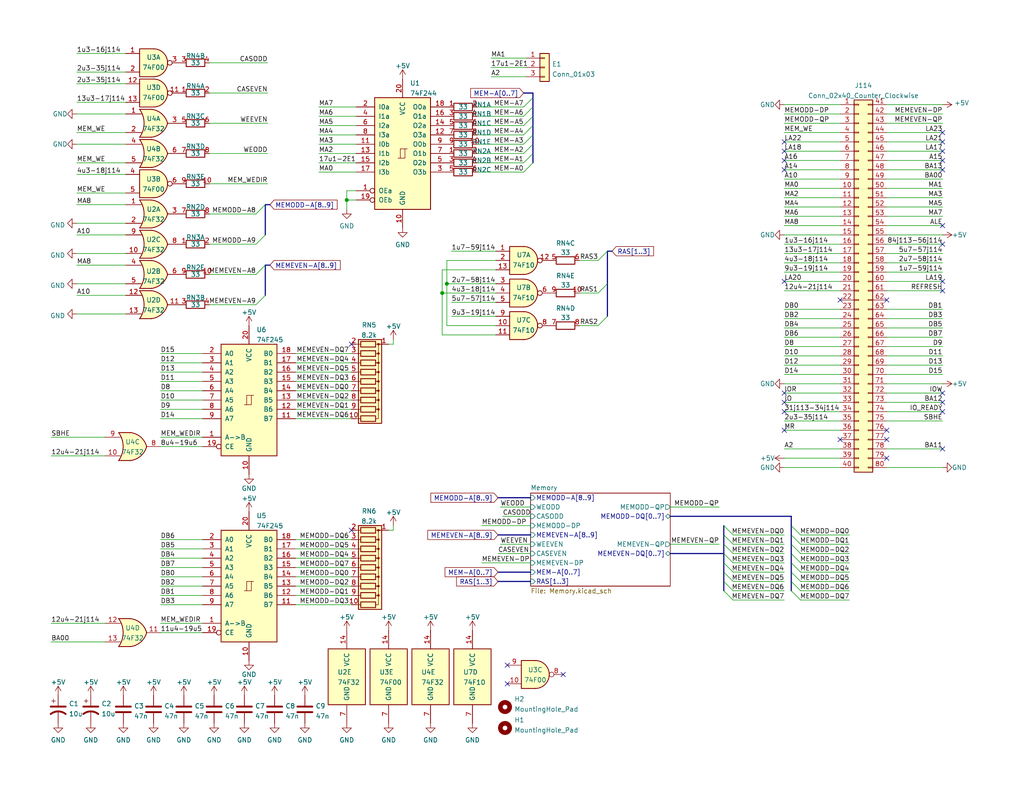
<source format=kicad_sch>
(kicad_sch (version 20211123) (generator eeschema)
  (paper "USLetter")
  (title_block (date "2022-09-01"))
  (junction (at 120.65 80.01))
  (junction (at 121.92 77.47))
  (junction (at 94.615 54.61))
  (no_connect (at 213.995 76.835))
  (no_connect (at 257.175 79.375))
  (no_connect (at 213.995 38.735))
  (no_connect (at 213.995 41.275))
  (no_connect (at 213.995 43.815))
  (no_connect (at 213.995 46.355))
  (no_connect (at 95.885 144.78))
  (no_connect (at 138.43 181.61))
  (no_connect (at 153.67 184.15))
  (no_connect (at 138.43 186.69))
  (no_connect (at 95.885 93.98))
  (no_connect (at 213.995 107.315))
  (no_connect (at 213.995 117.475))
  (no_connect (at 213.995 112.395))
  (no_connect (at 229.235 120.015))
  (no_connect (at 241.935 125.095))
  (no_connect (at 241.935 120.015))
  (no_connect (at 241.935 117.475))
  (no_connect (at 229.235 81.915))
  (no_connect (at 241.935 81.915))
  (no_connect (at 257.175 66.675))
  (no_connect (at 257.175 61.595))
  (no_connect (at 213.995 109.855))
  (no_connect (at 257.175 36.195))
  (no_connect (at 257.175 38.735))
  (no_connect (at 257.175 43.815))
  (no_connect (at 257.175 41.275))
  (no_connect (at 257.175 46.355))
  (no_connect (at 257.175 76.835))
  (no_connect (at 257.175 122.555))
  (no_connect (at 257.175 112.395))
  (no_connect (at 257.175 109.855))
  (no_connect (at 257.175 107.315))
  (bus_entry (at 197.485 153.67) (size 2.54 2.54))
  (bus_entry (at 215.9 158.75) (size 2.54 2.54))
  (bus_entry (at 215.9 151.13) (size 2.54 2.54))
  (bus_entry (at 72.39 80.645) (size -2.54 2.54))
  (bus_entry (at 72.39 64.135) (size -2.54 2.54))
  (bus_entry (at 215.9 156.21) (size 2.54 2.54))
  (bus_entry (at 197.485 161.29) (size 2.54 2.54))
  (bus_entry (at 165.735 86.36) (size -2.54 2.54))
  (bus_entry (at 145.415 31.75) (size -2.54 2.54))
  (bus_entry (at 197.485 143.51) (size 2.54 2.54))
  (bus_entry (at 145.415 29.21) (size -2.54 2.54))
  (bus_entry (at 215.9 143.51) (size 2.54 2.54))
  (bus_entry (at 145.415 36.83) (size -2.54 2.54))
  (bus_entry (at 215.9 153.67) (size 2.54 2.54))
  (bus_entry (at 215.9 161.29) (size 2.54 2.54))
  (bus_entry (at 215.9 148.59) (size 2.54 2.54))
  (bus_entry (at 145.415 44.45) (size -2.54 2.54))
  (bus_entry (at 145.415 41.91) (size -2.54 2.54))
  (bus_entry (at 72.39 55.88) (size -2.54 2.54))
  (bus_entry (at 215.9 146.05) (size 2.54 2.54))
  (bus_entry (at 145.415 26.67) (size -2.54 2.54))
  (bus_entry (at 197.485 146.05) (size 2.54 2.54))
  (bus_entry (at 145.415 39.37) (size -2.54 2.54))
  (bus_entry (at 197.485 151.13) (size 2.54 2.54))
  (bus_entry (at 72.39 72.39) (size -2.54 2.54))
  (bus_entry (at 145.415 34.29) (size -2.54 2.54))
  (bus_entry (at 197.485 158.75) (size 2.54 2.54))
  (bus_entry (at 165.735 77.47) (size -2.54 2.54))
  (bus_entry (at 197.485 148.59) (size 2.54 2.54))
  (bus_entry (at 165.735 68.58) (size -2.54 2.54))
  (bus_entry (at 197.485 156.21) (size 2.54 2.54))
  (wire (pts (xy 213.995 99.695) (xy 229.235 99.695)))
  (wire (pts (xy 107.315 92.71) (xy 107.315 93.98)))
  (wire (pts (xy 229.235 33.655) (xy 213.995 33.655)))
  (wire (pts (xy 95.885 101.6) (xy 80.645 101.6)))
  (wire (pts (xy 213.995 76.835) (xy 229.235 76.835)))
  (wire (pts (xy 13.97 119.38) (xy 28.575 119.38)))
  (wire (pts (xy 69.85 66.675) (xy 57.15 66.675)))
  (bus (pts (xy 215.9 158.75) (xy 215.9 161.29)))
  (wire (pts (xy 257.175 122.555) (xy 241.935 122.555)))
  (wire (pts (xy 69.85 74.93) (xy 57.15 74.93)))
  (wire (pts (xy 257.175 43.815) (xy 241.935 43.815)))
  (wire (pts (xy 257.175 94.615) (xy 241.935 94.615)))
  (wire (pts (xy 213.995 66.675) (xy 229.235 66.675)))
  (wire (pts (xy 142.875 41.91) (xy 130.175 41.91)))
  (wire (pts (xy 97.155 52.07) (xy 94.615 52.07)))
  (wire (pts (xy 218.44 153.67) (xy 231.775 153.67)))
  (bus (pts (xy 165.735 77.47) (xy 165.735 86.36)))
  (wire (pts (xy 95.885 160.02) (xy 80.645 160.02)))
  (wire (pts (xy 97.155 31.75) (xy 86.995 31.75)))
  (wire (pts (xy 57.15 50.165) (xy 73.025 50.165)))
  (wire (pts (xy 213.995 114.935) (xy 229.235 114.935)))
  (wire (pts (xy 163.195 88.9) (xy 158.115 88.9)))
  (wire (pts (xy 20.955 19.685) (xy 34.29 19.685)))
  (wire (pts (xy 144.78 143.51) (xy 131.445 143.51)))
  (wire (pts (xy 97.155 34.29) (xy 86.995 34.29)))
  (wire (pts (xy 213.995 104.775) (xy 229.235 104.775)))
  (wire (pts (xy 95.885 111.76) (xy 80.645 111.76)))
  (wire (pts (xy 43.815 165.1) (xy 55.245 165.1)))
  (wire (pts (xy 213.995 51.435) (xy 229.235 51.435)))
  (wire (pts (xy 43.815 109.22) (xy 55.245 109.22)))
  (wire (pts (xy 241.935 59.055) (xy 257.175 59.055)))
  (bus (pts (xy 145.415 31.75) (xy 145.415 34.29)))
  (wire (pts (xy 213.995 92.075) (xy 229.235 92.075)))
  (wire (pts (xy 43.815 119.38) (xy 55.245 119.38)))
  (wire (pts (xy 182.88 148.59) (xy 196.215 148.59)))
  (wire (pts (xy 213.995 46.355) (xy 229.235 46.355)))
  (wire (pts (xy 213.995 84.455) (xy 229.235 84.455)))
  (wire (pts (xy 73.025 17.145) (xy 57.15 17.145)))
  (wire (pts (xy 241.935 107.315) (xy 257.175 107.315)))
  (wire (pts (xy 43.815 106.68) (xy 55.245 106.68)))
  (wire (pts (xy 135.89 151.13) (xy 144.78 151.13)))
  (bus (pts (xy 215.9 148.59) (xy 215.9 151.13)))
  (wire (pts (xy 95.885 149.86) (xy 80.645 149.86)))
  (wire (pts (xy 20.955 60.96) (xy 34.29 60.96)))
  (wire (pts (xy 13.97 175.26) (xy 28.575 175.26)))
  (wire (pts (xy 257.175 38.735) (xy 241.935 38.735)))
  (wire (pts (xy 43.815 154.94) (xy 55.245 154.94)))
  (wire (pts (xy 143.51 20.955) (xy 133.985 20.955)))
  (wire (pts (xy 13.97 170.18) (xy 28.575 170.18)))
  (wire (pts (xy 241.935 48.895) (xy 257.175 48.895)))
  (wire (pts (xy 142.875 31.75) (xy 130.175 31.75)))
  (wire (pts (xy 213.995 28.575) (xy 229.235 28.575)))
  (bus (pts (xy 215.9 156.21) (xy 215.9 158.75)))
  (bus (pts (xy 72.39 72.39) (xy 72.39 80.645)))
  (wire (pts (xy 257.175 76.835) (xy 241.935 76.835)))
  (wire (pts (xy 120.65 80.01) (xy 135.255 80.01)))
  (wire (pts (xy 213.995 107.315) (xy 229.235 107.315)))
  (wire (pts (xy 257.175 127.635) (xy 241.935 127.635)))
  (wire (pts (xy 43.815 111.76) (xy 55.245 111.76)))
  (wire (pts (xy 200.025 158.75) (xy 213.995 158.75)))
  (wire (pts (xy 43.815 160.02) (xy 55.245 160.02)))
  (wire (pts (xy 257.175 86.995) (xy 241.935 86.995)))
  (wire (pts (xy 218.44 158.75) (xy 231.775 158.75)))
  (wire (pts (xy 94.615 54.61) (xy 97.155 54.61)))
  (wire (pts (xy 57.15 41.91) (xy 73.025 41.91)))
  (wire (pts (xy 200.025 156.21) (xy 213.995 156.21)))
  (wire (pts (xy 257.175 114.935) (xy 241.935 114.935)))
  (wire (pts (xy 257.175 41.275) (xy 241.935 41.275)))
  (wire (pts (xy 97.155 36.83) (xy 86.995 36.83)))
  (wire (pts (xy 13.97 124.46) (xy 28.575 124.46)))
  (bus (pts (xy 215.9 153.67) (xy 215.9 156.21)))
  (wire (pts (xy 213.995 53.975) (xy 229.235 53.975)))
  (bus (pts (xy 135.89 158.75) (xy 144.78 158.75)))
  (wire (pts (xy 43.815 101.6) (xy 55.245 101.6)))
  (wire (pts (xy 120.65 73.66) (xy 120.65 80.01)))
  (bus (pts (xy 142.875 25.4) (xy 145.415 25.4)))
  (wire (pts (xy 163.195 71.12) (xy 158.115 71.12)))
  (wire (pts (xy 43.815 121.92) (xy 55.245 121.92)))
  (wire (pts (xy 123.19 68.58) (xy 135.255 68.58)))
  (wire (pts (xy 241.935 31.115) (xy 257.175 31.115)))
  (wire (pts (xy 213.995 112.395) (xy 229.235 112.395)))
  (wire (pts (xy 20.955 22.86) (xy 34.29 22.86)))
  (wire (pts (xy 20.955 77.47) (xy 34.29 77.47)))
  (wire (pts (xy 123.19 82.55) (xy 135.255 82.55)))
  (wire (pts (xy 97.155 29.21) (xy 86.995 29.21)))
  (bus (pts (xy 197.485 156.21) (xy 197.485 158.75)))
  (wire (pts (xy 213.995 127.635) (xy 229.235 127.635)))
  (wire (pts (xy 218.44 151.13) (xy 231.775 151.13)))
  (bus (pts (xy 197.485 158.75) (xy 197.485 161.29)))
  (wire (pts (xy 200.025 161.29) (xy 213.995 161.29)))
  (wire (pts (xy 20.955 72.39) (xy 34.29 72.39)))
  (wire (pts (xy 95.885 165.1) (xy 80.645 165.1)))
  (wire (pts (xy 257.175 84.455) (xy 241.935 84.455)))
  (wire (pts (xy 200.025 163.83) (xy 213.995 163.83)))
  (wire (pts (xy 136.525 148.59) (xy 144.78 148.59)))
  (wire (pts (xy 257.175 74.295) (xy 241.935 74.295)))
  (wire (pts (xy 20.955 85.725) (xy 34.29 85.725)))
  (wire (pts (xy 120.65 80.01) (xy 120.65 91.44)))
  (wire (pts (xy 95.885 152.4) (xy 80.645 152.4)))
  (wire (pts (xy 213.995 89.535) (xy 229.235 89.535)))
  (wire (pts (xy 257.175 69.215) (xy 241.935 69.215)))
  (wire (pts (xy 213.995 38.735) (xy 229.235 38.735)))
  (wire (pts (xy 121.92 88.9) (xy 135.255 88.9)))
  (wire (pts (xy 229.235 31.115) (xy 213.995 31.115)))
  (wire (pts (xy 213.995 71.755) (xy 229.235 71.755)))
  (wire (pts (xy 257.175 92.075) (xy 241.935 92.075)))
  (wire (pts (xy 213.995 43.815) (xy 229.235 43.815)))
  (wire (pts (xy 142.875 29.21) (xy 130.175 29.21)))
  (wire (pts (xy 97.155 44.45) (xy 86.995 44.45)))
  (wire (pts (xy 229.235 122.555) (xy 213.995 122.555)))
  (wire (pts (xy 213.995 59.055) (xy 229.235 59.055)))
  (bus (pts (xy 135.89 146.05) (xy 144.78 146.05)))
  (wire (pts (xy 57.15 83.185) (xy 69.85 83.185)))
  (bus (pts (xy 167.005 68.58) (xy 165.735 68.58)))
  (wire (pts (xy 136.525 138.43) (xy 144.78 138.43)))
  (wire (pts (xy 257.175 99.695) (xy 241.935 99.695)))
  (wire (pts (xy 43.815 170.18) (xy 55.245 170.18)))
  (wire (pts (xy 218.44 148.59) (xy 231.775 148.59)))
  (wire (pts (xy 137.16 140.97) (xy 144.78 140.97)))
  (wire (pts (xy 241.935 33.655) (xy 257.175 33.655)))
  (wire (pts (xy 20.955 36.195) (xy 34.29 36.195)))
  (bus (pts (xy 197.485 143.51) (xy 197.485 146.05)))
  (wire (pts (xy 20.955 69.215) (xy 34.29 69.215)))
  (wire (pts (xy 20.955 44.45) (xy 34.29 44.45)))
  (wire (pts (xy 43.815 114.3) (xy 55.245 114.3)))
  (wire (pts (xy 34.29 64.135) (xy 20.955 64.135)))
  (wire (pts (xy 257.175 89.535) (xy 241.935 89.535)))
  (wire (pts (xy 241.935 104.775) (xy 257.175 104.775)))
  (wire (pts (xy 218.44 163.83) (xy 231.775 163.83)))
  (wire (pts (xy 43.815 162.56) (xy 55.245 162.56)))
  (wire (pts (xy 95.885 104.14) (xy 80.645 104.14)))
  (wire (pts (xy 257.175 102.235) (xy 241.935 102.235)))
  (wire (pts (xy 107.315 93.98) (xy 106.045 93.98)))
  (wire (pts (xy 20.955 14.605) (xy 34.29 14.605)))
  (wire (pts (xy 213.995 69.215) (xy 229.235 69.215)))
  (wire (pts (xy 95.885 114.3) (xy 80.645 114.3)))
  (bus (pts (xy 72.39 55.88) (xy 72.39 64.135)))
  (wire (pts (xy 213.995 64.135) (xy 229.235 64.135)))
  (wire (pts (xy 218.44 161.29) (xy 231.775 161.29)))
  (wire (pts (xy 241.935 112.395) (xy 257.175 112.395)))
  (bus (pts (xy 197.485 146.05) (xy 197.485 148.59)))
  (bus (pts (xy 215.9 146.05) (xy 215.9 148.59)))
  (bus (pts (xy 182.88 140.97) (xy 215.9 140.97)))
  (wire (pts (xy 257.175 46.355) (xy 241.935 46.355)))
  (wire (pts (xy 229.235 48.895) (xy 213.995 48.895)))
  (wire (pts (xy 144.78 153.67) (xy 131.445 153.67)))
  (wire (pts (xy 43.815 157.48) (xy 55.245 157.48)))
  (bus (pts (xy 215.9 151.13) (xy 215.9 153.67)))
  (wire (pts (xy 94.615 57.15) (xy 94.615 54.61)))
  (wire (pts (xy 121.92 71.12) (xy 121.92 77.47)))
  (wire (pts (xy 69.85 58.42) (xy 57.15 58.42)))
  (wire (pts (xy 200.025 153.67) (xy 213.995 153.67)))
  (bus (pts (xy 73.66 55.88) (xy 72.39 55.88)))
  (wire (pts (xy 213.995 79.375) (xy 229.235 79.375)))
  (wire (pts (xy 97.155 39.37) (xy 86.995 39.37)))
  (wire (pts (xy 200.025 148.59) (xy 213.995 148.59)))
  (wire (pts (xy 213.995 94.615) (xy 229.235 94.615)))
  (wire (pts (xy 241.935 56.515) (xy 257.175 56.515)))
  (wire (pts (xy 218.44 156.21) (xy 231.775 156.21)))
  (bus (pts (xy 145.415 25.4) (xy 145.415 26.67)))
  (wire (pts (xy 95.885 106.68) (xy 80.645 106.68)))
  (wire (pts (xy 241.935 53.975) (xy 257.175 53.975)))
  (bus (pts (xy 182.88 151.13) (xy 197.485 151.13)))
  (wire (pts (xy 257.175 71.755) (xy 241.935 71.755)))
  (wire (pts (xy 20.955 27.94) (xy 34.29 27.94)))
  (bus (pts (xy 72.39 72.39) (xy 73.66 72.39)))
  (wire (pts (xy 218.44 146.05) (xy 231.775 146.05)))
  (wire (pts (xy 34.29 80.645) (xy 20.955 80.645)))
  (wire (pts (xy 142.875 39.37) (xy 130.175 39.37)))
  (wire (pts (xy 257.175 36.195) (xy 241.935 36.195)))
  (wire (pts (xy 213.995 86.995) (xy 229.235 86.995)))
  (wire (pts (xy 43.815 99.06) (xy 55.245 99.06)))
  (wire (pts (xy 213.995 74.295) (xy 229.235 74.295)))
  (bus (pts (xy 135.89 156.21) (xy 144.78 156.21)))
  (bus (pts (xy 145.415 26.67) (xy 145.415 29.21)))
  (wire (pts (xy 163.195 80.01) (xy 158.115 80.01)))
  (bus (pts (xy 197.485 151.13) (xy 197.485 153.67)))
  (wire (pts (xy 95.885 96.52) (xy 80.645 96.52)))
  (wire (pts (xy 107.315 144.78) (xy 106.045 144.78)))
  (wire (pts (xy 241.935 64.135) (xy 257.175 64.135)))
  (wire (pts (xy 95.885 99.06) (xy 80.645 99.06)))
  (wire (pts (xy 142.875 44.45) (xy 130.175 44.45)))
  (bus (pts (xy 197.485 148.59) (xy 197.485 151.13)))
  (wire (pts (xy 97.155 46.99) (xy 86.995 46.99)))
  (wire (pts (xy 43.815 147.32) (xy 55.245 147.32)))
  (bus (pts (xy 145.415 39.37) (xy 145.415 41.91)))
  (wire (pts (xy 241.935 51.435) (xy 257.175 51.435)))
  (bus (pts (xy 145.415 36.83) (xy 145.415 39.37)))
  (bus (pts (xy 145.415 29.21) (xy 145.415 31.75)))
  (wire (pts (xy 43.815 96.52) (xy 55.245 96.52)))
  (wire (pts (xy 120.65 91.44) (xy 135.255 91.44)))
  (wire (pts (xy 213.995 97.155) (xy 229.235 97.155)))
  (bus (pts (xy 215.9 140.97) (xy 215.9 143.51)))
  (bus (pts (xy 135.89 135.89) (xy 144.78 135.89)))
  (wire (pts (xy 135.255 73.66) (xy 120.65 73.66)))
  (wire (pts (xy 95.885 109.22) (xy 80.645 109.22)))
  (wire (pts (xy 20.955 31.115) (xy 34.29 31.115)))
  (wire (pts (xy 20.955 52.705) (xy 34.29 52.705)))
  (wire (pts (xy 143.51 18.415) (xy 133.985 18.415)))
  (bus (pts (xy 215.9 143.51) (xy 215.9 146.05)))
  (wire (pts (xy 121.92 77.47) (xy 121.92 88.9)))
  (wire (pts (xy 229.235 109.855) (xy 213.995 109.855)))
  (bus (pts (xy 197.485 153.67) (xy 197.485 156.21)))
  (wire (pts (xy 95.885 147.32) (xy 80.645 147.32)))
  (wire (pts (xy 94.615 52.07) (xy 94.615 54.61)))
  (wire (pts (xy 20.955 47.625) (xy 34.29 47.625)))
  (wire (pts (xy 213.995 41.275) (xy 229.235 41.275)))
  (wire (pts (xy 143.51 15.875) (xy 133.985 15.875)))
  (wire (pts (xy 73.025 33.655) (xy 57.15 33.655)))
  (wire (pts (xy 213.995 36.195) (xy 229.235 36.195)))
  (wire (pts (xy 200.025 151.13) (xy 213.995 151.13)))
  (wire (pts (xy 257.175 97.155) (xy 241.935 97.155)))
  (wire (pts (xy 20.955 39.37) (xy 34.29 39.37)))
  (wire (pts (xy 213.995 61.595) (xy 229.235 61.595)))
  (wire (pts (xy 213.995 117.475) (xy 229.235 117.475)))
  (wire (pts (xy 107.315 143.51) (xy 107.315 144.78)))
  (wire (pts (xy 229.235 125.095) (xy 213.995 125.095)))
  (wire (pts (xy 95.885 162.56) (xy 80.645 162.56)))
  (wire (pts (xy 121.92 71.12) (xy 135.255 71.12)))
  (wire (pts (xy 200.025 146.05) (xy 213.995 146.05)))
  (wire (pts (xy 73.025 25.4) (xy 57.15 25.4)))
  (bus (pts (xy 145.415 34.29) (xy 145.415 36.83)))
  (wire (pts (xy 182.88 138.43) (xy 196.215 138.43)))
  (wire (pts (xy 257.175 61.595) (xy 241.935 61.595)))
  (wire (pts (xy 43.815 172.72) (xy 55.245 172.72)))
  (wire (pts (xy 257.175 66.675) (xy 241.935 66.675)))
  (wire (pts (xy 43.815 149.86) (xy 55.245 149.86)))
  (wire (pts (xy 43.815 152.4) (xy 55.245 152.4)))
  (wire (pts (xy 121.92 77.47) (xy 135.255 77.47)))
  (wire (pts (xy 142.875 34.29) (xy 130.175 34.29)))
  (wire (pts (xy 257.175 109.855) (xy 241.935 109.855)))
  (wire (pts (xy 43.815 104.14) (xy 55.245 104.14)))
  (wire (pts (xy 34.29 55.88) (xy 20.955 55.88)))
  (wire (pts (xy 142.875 36.83) (xy 130.175 36.83)))
  (wire (pts (xy 97.155 41.91) (xy 86.995 41.91)))
  (wire (pts (xy 123.19 86.36) (xy 135.255 86.36)))
  (bus (pts (xy 145.415 41.91) (xy 145.415 44.45)))
  (wire (pts (xy 95.885 157.48) (xy 80.645 157.48)))
  (wire (pts (xy 241.935 79.375) (xy 257.175 79.375)))
  (wire (pts (xy 213.995 56.515) (xy 229.235 56.515)))
  (wire (pts (xy 142.875 46.99) (xy 130.175 46.99)))
  (wire (pts (xy 95.885 154.94) (xy 80.645 154.94)))
  (wire (pts (xy 241.935 28.575) (xy 257.175 28.575)))
  (wire (pts (xy 213.995 102.235) (xy 229.235 102.235)))
  (bus (pts (xy 165.735 68.58) (xy 165.735 77.47)))
  (label "9u3-19j114" (at 123.19 86.36 0))
  (label "D8" (at 213.995 94.615 0))
  (label "DB1" (at 257.175 84.455 180))
  (label "WEODD" (at 73.025 41.91 180))
  (label "IO_READY" (at 257.175 112.395 180))
  (label "MEMODD-DQ6" (at 95.25 147.32 180))
  (label "MEM_WE" (at 20.955 36.195 0))
  (label "CASEVEN" (at 73.025 25.4 180))
  (label "MEMEVEN-DQ5" (at 213.995 158.75 180))
  (label "DB6" (at 213.995 92.075 0))
  (label "MEMODD-DQ1" (at 95.25 162.56 180))
  (label "MA3" (at 86.995 39.37 0))
  (label "MEMODD-QP" (at 213.995 33.655 0))
  (label "CASODD" (at 73.025 17.145 180))
  (label "DB4" (at 43.815 152.4 0))
  (label "MEMEVEN-DQ3" (at 95.25 104.14 180))
  (label "CASEVEN" (at 135.89 151.13 0))
  (label "MEMEVEN-DQ7" (at 95.25 96.52 180))
  (label "MEMODD-DQ5" (at 95.25 149.86 180))
  (label "4u3-18j114" (at 20.955 47.625 0))
  (label "MA6" (at 213.995 59.055 0))
  (label "D12" (at 213.995 99.695 0))
  (label "MA1" (at 133.985 15.875 0))
  (label "D10" (at 43.815 109.22 0))
  (label "RAS1" (at 163.195 80.01 180))
  (label "MEM-A1" (at 142.875 44.45 180))
  (label "D13" (at 43.815 101.6 0))
  (label "MEM-A0" (at 142.875 46.99 180))
  (label "D15" (at 43.815 96.52 0))
  (label "MEMODD-DQ4" (at 95.25 152.4 180))
  (label "1u3-16j114" (at 213.995 66.675 0))
  (label "MA7" (at 257.175 59.055 180))
  (label "DB1" (at 43.815 162.56 0))
  (label "MEMODD-DQ5" (at 231.775 158.75 180))
  (label "8u4-19u6" (at 43.815 121.92 0))
  (label "WEEVEN" (at 136.525 148.59 0))
  (label "BA00" (at 13.97 175.26 0))
  (label "MEM_WEDIR" (at 73.025 50.165 180))
  (label "MEMEVEN-QP" (at 196.215 148.59 180))
  (label "MEMEVEN-DQ6" (at 95.25 114.3 180))
  (label "1u7-59j114" (at 123.19 68.58 0))
  (label "IOW" (at 257.175 107.315 180))
  (label "MEMODD-A9" (at 69.85 66.675 180))
  (label "13u3-17j114" (at 213.995 69.215 0))
  (label "D14" (at 43.815 114.3 0))
  (label "A10" (at 213.995 48.895 0))
  (label "MA6" (at 86.995 31.75 0))
  (label "LA22" (at 213.995 38.735 0))
  (label "WEODD" (at 136.525 138.43 0))
  (label "MEMODD-DQ4" (at 231.775 156.21 180))
  (label "MEMODD-DQ2" (at 231.775 151.13 180))
  (label "MA3" (at 257.175 53.975 180))
  (label "MEMEVEN-A8" (at 69.85 74.93 180))
  (label "A2" (at 213.995 122.555 0))
  (label "REFRESH" (at 257.175 79.375 180))
  (label "DB2" (at 43.815 160.02 0))
  (label "MA2" (at 213.995 53.975 0))
  (label "DB7" (at 257.175 92.075 180))
  (label "D12" (at 43.815 99.06 0))
  (label "2u3-35j114" (at 20.955 19.685 0))
  (label "MEMODD-DP" (at 131.445 143.51 0))
  (label "MEM-A2" (at 142.875 41.91 180))
  (label "MA4" (at 213.995 56.515 0))
  (label "31j113-34j114" (at 213.995 112.395 0))
  (label "MEMEVEN-DQ1" (at 95.25 111.76 180))
  (label "SBHE" (at 13.97 119.38 0))
  (label "A14" (at 213.995 46.355 0))
  (label "RAS3" (at 163.195 71.12 180))
  (label "MEMODD-DQ6" (at 231.775 161.29 180))
  (label "MR" (at 213.995 117.475 0))
  (label "BA11" (at 257.175 122.555 180))
  (label "MEMEVEN-DQ7" (at 213.995 163.83 180))
  (label "MEM_WEDIR" (at 43.815 170.18 0))
  (label "D11" (at 43.815 104.14 0))
  (label "MEMEVEN-DQ1" (at 213.995 148.59 180))
  (label "SBHE" (at 257.175 114.935 180))
  (label "A2" (at 133.985 20.955 0))
  (label "D8" (at 43.815 106.68 0))
  (label "DB6" (at 43.815 147.32 0))
  (label "DB0" (at 43.815 157.48 0))
  (label "D14" (at 213.995 102.235 0))
  (label "A15" (at 257.175 43.815 180))
  (label "D13" (at 257.175 99.695 180))
  (label "9u3-19j114" (at 213.995 74.295 0))
  (label "DB7" (at 43.815 154.94 0))
  (label "MA7" (at 86.995 29.21 0))
  (label "MEMEVEN-DP" (at 131.445 153.67 0))
  (label "4u3-18j114" (at 213.995 71.755 0))
  (label "LA17" (at 257.175 41.275 180))
  (label "1u3-16j114" (at 20.955 14.605 0))
  (label "2u3-35j114" (at 213.995 114.935 0))
  (label "MA5" (at 86.995 34.29 0))
  (label "DB3" (at 257.175 86.995 180))
  (label "MEMODD-DQ0" (at 95.25 157.48 180))
  (label "MEMEVEN-DQ0" (at 95.25 106.68 180))
  (label "MEM_WE" (at 213.995 36.195 0))
  (label "MEMEVEN-DQ2" (at 213.995 151.13 180))
  (label "MA5" (at 257.175 56.515 180))
  (label "MA8" (at 213.995 61.595 0))
  (label "DB0" (at 213.995 84.455 0))
  (label "MEMODD-DQ3" (at 231.775 153.67 180))
  (label "MEM-A3" (at 142.875 39.37 180))
  (label "DB5" (at 43.815 149.86 0))
  (label "MEM-A6" (at 142.875 31.75 180))
  (label "IOR" (at 213.995 107.315 0))
  (label "LA20" (at 213.995 76.835 0))
  (label "D9" (at 43.815 111.76 0))
  (label "MA8" (at 20.955 55.88 0))
  (label "MA8" (at 20.955 72.39 0))
  (label "BA12" (at 257.175 109.855 180))
  (label "17u1-2E1" (at 86.995 44.45 0))
  (label "MEMEVEN-DQ0" (at 213.995 146.05 180))
  (label "MEM_WE" (at 20.955 52.705 0))
  (label "MEMEVEN-DQ4" (at 95.25 99.06 180))
  (label "D11" (at 257.175 97.155 180))
  (label "A10" (at 20.955 80.645 0))
  (label "MEM-A7" (at 142.875 29.21 180))
  (label "5u7-57j114" (at 257.175 69.215 180))
  (label "LA23" (at 257.175 36.195 180))
  (label "LA19" (at 257.175 76.835 180))
  (label "MEMEVEN-DQ2" (at 95.25 109.22 180))
  (label "MEMODD-DQ3" (at 95.25 165.1 180))
  (label "2u7-58j114" (at 123.19 77.47 0))
  (label "DB2" (at 213.995 86.995 0))
  (label "11u4-19u5" (at 43.815 172.72 0))
  (label "CASODD" (at 137.16 140.97 0))
  (label "IO" (at 213.995 109.855 0))
  (label "DB5" (at 257.175 89.535 180))
  (label "MEMODD-DQ1" (at 231.775 148.59 180))
  (label "12u4-21j114" (at 13.97 170.18 0))
  (label "MA0" (at 86.995 46.99 0))
  (label "A16" (at 213.995 43.815 0))
  (label "84j113-56j114" (at 257.175 66.675 180))
  (label "LA21" (at 257.175 38.735 180))
  (label "2u3-35j114" (at 20.955 22.86 0))
  (label "13u3-17j114" (at 20.955 27.94 0))
  (label "D10" (at 213.995 97.155 0))
  (label "MEMODD-QP" (at 196.215 138.43 180))
  (label "MEMEVEN-DP" (at 257.175 31.115 180))
  (label "MA0" (at 213.995 51.435 0))
  (label "MEM_WEDIR" (at 43.815 119.38 0))
  (label "12u4-21j114" (at 213.995 79.375 0))
  (label "4u3-18j114" (at 123.19 80.01 0))
  (label "MEMEVEN-A9" (at 69.85 83.185 180))
  (label "RAS2" (at 163.195 88.9 180))
  (label "DB3" (at 43.815 165.1 0))
  (label "MEMEVEN-DQ3" (at 213.995 153.67 180))
  (label "MEM_WE" (at 20.955 44.45 0))
  (label "MA2" (at 86.995 41.91 0))
  (label "12u4-21j114" (at 13.97 124.46 0))
  (label "MEMEVEN-QP" (at 257.175 33.655 180))
  (label "DB4" (at 213.995 89.535 0))
  (label "MEM-A5" (at 142.875 34.29 180))
  (label "A10" (at 20.955 64.135 0))
  (label "MEMEVEN-DQ6" (at 213.995 161.29 180))
  (label "MEMODD-DQ7" (at 95.25 154.94 180))
  (label "2u7-58j114" (at 257.175 71.755 180))
  (label "MEMODD-DP" (at 213.995 31.115 0))
  (label "MA4" (at 86.995 36.83 0))
  (label "D9" (at 257.175 94.615 180))
  (label "MEMEVEN-DQ4" (at 213.995 156.21 180))
  (label "BA13" (at 257.175 46.355 180))
  (label "WEEVEN" (at 73.025 33.655 180))
  (label "5u7-57j114" (at 123.19 82.55 0))
  (label "MEMODD-DQ2" (at 95.25 160.02 180))
  (label "MEMEVEN-DQ5" (at 95.25 101.6 180))
  (label "MEMODD-DQ0" (at 231.775 146.05 180))
  (label "17u1-2E1" (at 133.985 18.415 0))
  (label "MEMODD-A8" (at 69.85 58.42 180))
  (label "MEM-A4" (at 142.875 36.83 180))
  (label "1u7-59j114" (at 257.175 74.295 180))
  (label "MEMODD-DQ7" (at 231.775 163.83 180))
  (label "ALE" (at 257.175 61.595 180))
  (label "LA18" (at 213.995 41.275 0))
  (label "MA1" (at 257.175 51.435 180))
  (label "D15" (at 257.175 102.235 180))
  (label "BA00" (at 257.175 48.895 180))
  (global_label "MEMODD-A[8..9]" (shape input) (at 73.66 55.88 0) (property "Intersheet References" "${INTERSHEET_REFS}" (effects hide)))
  (global_label "MEMEVEN-A[8..9]" (shape input) (at 73.66 72.39 0) (property "Intersheet References" "${INTERSHEET_REFS}" (effects hide)))
  (global_label "RAS[1..3]" (shape input) (at 135.89 158.75 180) (property "Intersheet References" "${INTERSHEET_REFS}" (effects hide)))
  (global_label "MEM-A[0..7]" (shape input) (at 135.89 156.21 180) (property "Intersheet References" "${INTERSHEET_REFS}" (effects hide)))
  (global_label "MEM-A[0..7]" (shape input) (at 142.875 25.4 180) (property "Intersheet References" "${INTERSHEET_REFS}" (effects hide)))
  (global_label "MEMEVEN-A[8..9]" (shape input) (at 135.89 146.05 180) (property "Intersheet References" "${INTERSHEET_REFS}" (effects hide)))
  (global_label "RAS[1..3]" (shape input) (at 167.005 68.58 0) (property "Intersheet References" "${INTERSHEET_REFS}" (effects hide)))
  (global_label "MEMODD-A[8..9]" (shape input) (at 135.89 135.89 180) (property "Intersheet References" "${INTERSHEET_REFS}" (effects hide)))
  (symbol (lib_id "74xx:74LS32") (at 36.195 172.72 0) (unit 4)
    (property "Reference" "U4" (at 36.195 171.45 0))
    (property "Value" "74F32" (at 36.195 174.2251 0))
    (property "Footprint" "Package_DIP:DIP-14_W7.62mm" (effects hide))
    (property "Datasheet" "http://www.ti.com/lit/gpn/sn74LS32" (effects hide))
  )
  (symbol (lib_id "Connector_Generic:Conn_02x40_Top_Bottom") (at 234.315 76.835 0) (unit 1)
    (property "Reference" "J114" (at 235.585 23.3385 0))
    (property "Value" "Conn_02x40_Counter_Clockwise" (at 235.585 26.1136 0))
    (property "Footprint" "raysstuff:Conn_Edge_PCB_02x40_mirror_memexp" (effects hide))
  )
  (symbol (lib_id "Device:C") (at 66.675 193.675 0) (unit 1)
    (property "Reference" "C7" (at 69.596 192.7665 0) (effects (justify left)))
    (property "Value" "47n" (at 69.596 195.5416 0) (effects (justify left)))
    (property "Footprint" "Capacitor_THT:C_Disc_D4.7mm_W2.5mm_P5.00mm" (effects hide))
  )
  (symbol (lib_id "Device:C") (at 41.91 193.675 0) (unit 1)
    (property "Reference" "C4" (at 44.831 192.7665 0) (effects (justify left)))
    (property "Value" "47n" (at 44.831 195.5416 0) (effects (justify left)))
    (property "Footprint" "Capacitor_THT:C_Disc_D4.7mm_W2.5mm_P5.00mm" (effects hide))
  )
  (symbol (lib_id "power:GND") (at 20.955 39.37 270) (unit 1)
    (property "Reference" "#PWR0143" (effects hide))
    (property "Value" "GND" (at 16.3925 39.37 90))
  )
  (symbol (lib_id "power:+5V") (at 213.995 125.095 90) (mirror x) (unit 1)
    (property "Reference" "#PWR0161" (effects hide))
    (property "Value" "+5V" (at 211.455 125.095 90) (effects (justify left)))
  )
  (symbol (lib_id "power:+5V") (at 128.905 172.085 0) (unit 1)
    (property "Reference" "#PWR0107" (effects hide))
    (property "Value" "+5V" (at 128.905 168.4805 0))
  )
  (symbol (lib_id "Device:R_Pack05_SIP_Split") (at 126.365 41.91 270) (unit 1)
    (property "Reference" "RN2" (at 131.445 41.275 90))
    (property "Value" "33" (at 126.365 41.91 90))
    (property "Footprint" "Resistor_THT:R_Array_SIP10" (effects hide))
    (property "Datasheet" "http://www.vishay.com/docs/31509/csc.pdf" (effects hide))
  )
  (symbol (lib_id "Device:R_Pack05_SIP_Split") (at 126.365 29.21 270) (unit 1)
    (property "Reference" "RN1" (at 131.445 28.575 90))
    (property "Value" "33" (at 126.365 29.21 90))
    (property "Footprint" "Resistor_THT:R_Array_SIP10" (effects hide))
    (property "Datasheet" "http://www.vishay.com/docs/31509/csc.pdf" (effects hide))
  )
  (symbol (lib_id "Device:R_Pack05_SIP_Split") (at 53.34 58.42 270) (unit 4)
    (property "Reference" "RN2" (at 53.34 56.515 90))
    (property "Value" "33" (at 53.34 58.42 90))
    (property "Footprint" "Resistor_THT:R_Array_SIP10" (effects hide))
    (property "Datasheet" "http://www.vishay.com/docs/31509/csc.pdf" (effects hide))
  )
  (symbol (lib_id "74xx:74LS00") (at 41.91 50.165 0) (unit 2)
    (property "Reference" "U3" (at 41.91 48.895 0))
    (property "Value" "74F00" (at 41.91 51.6701 0))
    (property "Footprint" "Package_DIP:DIP-14_W7.62mm" (effects hide))
    (property "Datasheet" "http://www.ti.com/lit/gpn/sn74ls00" (effects hide))
  )
  (symbol (lib_id "Device:R_Pack05_SIP_Split") (at 126.365 34.29 270) (unit 3)
    (property "Reference" "RN1" (at 131.445 33.655 90))
    (property "Value" "33" (at 126.365 34.29 90))
    (property "Footprint" "Resistor_THT:R_Array_SIP10" (effects hide))
    (property "Datasheet" "http://www.vishay.com/docs/31509/csc.pdf" (effects hide))
  )
  (symbol (lib_id "Device:C") (at 33.655 193.675 0) (unit 1)
    (property "Reference" "C3" (at 36.576 192.7665 0) (effects (justify left)))
    (property "Value" "47n" (at 36.576 195.5416 0) (effects (justify left)))
    (property "Footprint" "Capacitor_THT:C_Disc_D4.7mm_W2.5mm_P5.00mm" (effects hide))
  )
  (symbol (lib_id "power:GND") (at 213.995 127.635 270) (unit 1)
    (property "Reference" "#PWR0160" (effects hide))
    (property "Value" "GND" (at 211.455 127.635 90) (effects (justify right)))
  )
  (symbol (lib_id "power:GND") (at 83.185 197.485 0) (unit 1)
    (property "Reference" "#PWR0140" (effects hide))
    (property "Value" "GND" (at 83.185 202.0475 0))
  )
  (symbol (lib_id "Device:R_Pack05_SIP_Split") (at 154.305 88.9 270) (unit 4)
    (property "Reference" "RN4" (at 154.305 84.1842 90))
    (property "Value" "33" (at 154.305 86.7211 90))
    (property "Footprint" "Resistor_THT:R_Array_SIP10" (effects hide))
    (property "Datasheet" "http://www.vishay.com/docs/31509/csc.pdf" (effects hide))
  )
  (symbol (lib_id "74xx:74LS32") (at 41.91 41.91 0) (unit 2)
    (property "Reference" "U4" (at 41.91 40.64 0))
    (property "Value" "74F32" (at 41.91 43.4151 0))
    (property "Footprint" "Package_DIP:DIP-14_W7.62mm" (effects hide))
    (property "Datasheet" "http://www.ti.com/lit/gpn/sn74LS32" (effects hide))
  )
  (symbol (lib_id "power:GND") (at 41.91 197.485 0) (unit 1)
    (property "Reference" "#PWR0137" (effects hide))
    (property "Value" "GND" (at 41.91 202.0475 0))
  )
  (symbol (lib_id "power:+5V") (at 83.185 189.865 0) (unit 1)
    (property "Reference" "#PWR0133" (effects hide))
    (property "Value" "+5V" (at 83.185 186.2605 0))
  )
  (symbol (lib_id "power:+5V") (at 257.175 104.775 270) (mirror x) (unit 1)
    (property "Reference" "#PWR0117" (effects hide))
    (property "Value" "+5V" (at 259.715 104.775 90) (effects (justify left)))
  )
  (symbol (lib_id "Device:R_Network09") (at 100.965 104.14 270) (unit 1)
    (property "Reference" "RN5" (at 100.711 88.7435 90))
    (property "Value" "8.2k" (at 100.711 91.5186 90))
    (property "Footprint" "Resistor_THT:R_Array_SIP10" (effects hide))
    (property "Datasheet" "http://www.vishay.com/docs/31509/csc.pdf" (effects hide))
  )
  (symbol (lib_id "Device:R_Pack05_SIP_Split") (at 53.34 83.185 270) (unit 2)
    (property "Reference" "RN3" (at 53.34 81.28 90))
    (property "Value" "33" (at 53.34 83.185 90))
    (property "Footprint" "Resistor_THT:R_Array_SIP10" (effects hide))
    (property "Datasheet" "http://www.vishay.com/docs/31509/csc.pdf" (effects hide))
  )
  (symbol (lib_id "Connector_Generic:Conn_01x03") (at 148.59 18.415 0) (unit 1)
    (property "Reference" "E1" (at 150.622 17.5065 0) (effects (justify left)))
    (property "Value" "Conn_01x03" (at 150.622 20.2816 0) (effects (justify left)))
    (property "Footprint" "Connector_PinHeader_2.54mm:PinHeader_1x03_P2.54mm_Vertical" (effects hide))
  )
  (symbol (lib_id "power:GND") (at 94.615 197.485 0) (unit 1)
    (property "Reference" "#PWR0113" (effects hide))
    (property "Value" "GND" (at 94.615 202.0475 0))
  )
  (symbol (lib_id "74xx:74LS00") (at 106.045 184.785 0) (unit 5)
    (property "Reference" "U3" (at 103.505 183.515 0) (effects (justify left)))
    (property "Value" "74F00" (at 103.505 186.2901 0) (effects (justify left)))
    (property "Footprint" "Package_DIP:DIP-14_W7.62mm" (effects hide))
    (property "Datasheet" "http://www.ti.com/lit/gpn/sn74ls00" (effects hide))
  )
  (symbol (lib_id "Device:R_Pack05_SIP_Split") (at 53.34 50.165 270) (unit 5)
    (property "Reference" "RN3" (at 53.34 48.26 90))
    (property "Value" "33" (at 53.34 50.165 90))
    (property "Footprint" "Resistor_THT:R_Array_SIP10" (effects hide))
    (property "Datasheet" "http://www.vishay.com/docs/31509/csc.pdf" (effects hide))
  )
  (symbol (lib_id "power:GND") (at 24.765 197.485 0) (unit 1)
    (property "Reference" "#PWR0128" (effects hide))
    (property "Value" "GND" (at 24.765 202.0475 0))
  )
  (symbol (lib_id "Device:R_Pack05_SIP_Split") (at 126.365 39.37 270) (unit 5)
    (property "Reference" "RN1" (at 131.445 38.735 90))
    (property "Value" "33" (at 126.365 39.37 90))
    (property "Footprint" "Resistor_THT:R_Array_SIP10" (effects hide))
    (property "Datasheet" "http://www.vishay.com/docs/31509/csc.pdf" (effects hide))
  )
  (symbol (lib_id "power:+5V") (at 257.175 64.135 270) (mirror x) (unit 1)
    (property "Reference" "#PWR0118" (effects hide))
    (property "Value" "+5V" (at 259.715 64.135 90) (effects (justify left)))
  )
  (symbol (lib_id "power:GND") (at 128.905 197.485 0) (unit 1)
    (property "Reference" "#PWR0110" (effects hide))
    (property "Value" "GND" (at 128.905 202.0475 0))
  )
  (symbol (lib_id "power:+5V") (at 50.165 189.865 0) (unit 1)
    (property "Reference" "#PWR0125" (effects hide))
    (property "Value" "+5V" (at 50.165 186.2605 0))
  )
  (symbol (lib_id "Device:R_Pack05_SIP_Split") (at 154.305 71.12 270) (unit 3)
    (property "Reference" "RN4" (at 154.305 66.4042 90))
    (property "Value" "33" (at 154.305 68.9411 90))
    (property "Footprint" "Resistor_THT:R_Array_SIP10" (effects hide))
    (property "Datasheet" "http://www.vishay.com/docs/31509/csc.pdf" (effects hide))
  )
  (symbol (lib_id "Device:R_Pack05_SIP_Split") (at 53.34 33.655 270) (unit 3)
    (property "Reference" "RN3" (at 53.34 31.75 90))
    (property "Value" "33" (at 53.34 33.655 90))
    (property "Footprint" "Resistor_THT:R_Array_SIP10" (effects hide))
    (property "Datasheet" "http://www.vishay.com/docs/31509/csc.pdf" (effects hide))
  )
  (symbol (lib_id "power:GND") (at 20.955 69.215 270) (unit 1)
    (property "Reference" "#PWR0142" (effects hide))
    (property "Value" "GND" (at 17.7801 69.694 90) (effects (justify right)))
  )
  (symbol (lib_id "Mechanical:MountingHole") (at 137.795 198.755 0) (unit 1)
    (property "Reference" "H1" (at 140.335 196.5765 0) (effects (justify left)))
    (property "Value" "MountingHole_Pad" (at 140.335 199.3516 0) (effects (justify left)))
    (property "Footprint" "MountingHole:MountingHole_4mm" (effects hide))
  )
  (symbol (lib_id "Device:R_Network09") (at 100.965 154.94 270) (unit 1)
    (property "Reference" "RN6" (at 100.711 139.5435 90))
    (property "Value" "8.2k" (at 100.711 142.3186 90))
    (property "Footprint" "Resistor_THT:R_Array_SIP10" (effects hide))
    (property "Datasheet" "http://www.vishay.com/docs/31509/csc.pdf" (effects hide))
  )
  (symbol (lib_id "power:GND") (at 117.475 197.485 0) (unit 1)
    (property "Reference" "#PWR0108" (effects hide))
    (property "Value" "GND" (at 117.475 202.0475 0))
  )
  (symbol (lib_id "power:GND") (at 67.945 129.54 0) (unit 1)
    (property "Reference" "#PWR0101" (effects hide))
    (property "Value" "GND" (at 67.945 133.35 0))
  )
  (symbol (lib_id "power:GND") (at 15.875 197.485 0) (unit 1)
    (property "Reference" "#PWR0124" (effects hide))
    (property "Value" "GND" (at 15.875 202.0475 0))
  )
  (symbol (lib_id "power:GND") (at 50.165 197.485 0) (unit 1)
    (property "Reference" "#PWR0131" (effects hide))
    (property "Value" "GND" (at 50.165 202.0475 0))
  )
  (symbol (lib_id "power:GND") (at 109.855 62.23 0) (unit 1)
    (property "Reference" "#PWR0104" (effects hide))
    (property "Value" "GND" (at 109.855 66.7925 0))
  )
  (symbol (lib_id "power:GND") (at 67.945 180.34 0) (unit 1)
    (property "Reference" "#PWR0106" (effects hide))
    (property "Value" "GND" (at 67.945 184.15 0))
  )
  (symbol (lib_id "74xx:74LS00") (at 41.91 25.4 0) (unit 4)
    (property "Reference" "U3" (at 41.91 23.8949 0))
    (property "Value" "74F00" (at 41.91 26.67 0))
    (property "Footprint" "Package_DIP:DIP-14_W7.62mm" (effects hide))
    (property "Datasheet" "http://www.ti.com/lit/gpn/sn74ls00" (effects hide))
  )
  (symbol (lib_id "Device:C") (at 50.165 193.675 0) (unit 1)
    (property "Reference" "C5" (at 53.086 192.7665 0) (effects (justify left)))
    (property "Value" "47n" (at 53.086 195.5416 0) (effects (justify left)))
    (property "Footprint" "Capacitor_THT:C_Disc_D4.7mm_W2.5mm_P5.00mm" (effects hide))
  )
  (symbol (lib_id "power:GND") (at 257.175 127.635 90) (unit 1)
    (property "Reference" "#PWR0162" (effects hide))
    (property "Value" "GND" (at 259.715 127.635 90) (effects (justify right)))
  )
  (symbol (lib_id "power:+5V") (at 117.475 172.085 0) (unit 1)
    (property "Reference" "#PWR0109" (effects hide))
    (property "Value" "+5V" (at 117.475 168.4805 0))
  )
  (symbol (lib_id "Device:R_Pack05_SIP_Split") (at 126.365 36.83 270) (unit 4)
    (property "Reference" "RN1" (at 131.445 36.195 90))
    (property "Value" "33" (at 126.365 36.83 90))
    (property "Footprint" "Resistor_THT:R_Array_SIP10" (effects hide))
    (property "Datasheet" "http://www.vishay.com/docs/31509/csc.pdf" (effects hide))
  )
  (symbol (lib_id "74xx:74LS10") (at 128.905 184.785 0) (unit 4)
    (property "Reference" "U7" (at 126.365 183.515 0) (effects (justify left)))
    (property "Value" "74F10" (at 126.365 186.2901 0) (effects (justify left)))
    (property "Footprint" "Package_DIP:DIP-14_W7.62mm" (effects hide))
    (property "Datasheet" "http://www.ti.com/lit/gpn/sn74LS10" (effects hide))
  )
  (symbol (lib_id "power:+5V") (at 257.175 28.575 270) (mirror x) (unit 1)
    (property "Reference" "#PWR0120" (effects hide))
    (property "Value" "+5V" (at 260.35 28.096 90) (effects (justify left)))
  )
  (symbol (lib_id "power:+5V") (at 67.945 88.9 0) (unit 1)
    (property "Reference" "#PWR0102" (effects hide))
    (property "Value" "+5V" (at 67.945 85.2955 0))
  )
  (symbol (lib_id "power:+5V") (at 24.765 189.865 0) (unit 1)
    (property "Reference" "#PWR0129" (effects hide))
    (property "Value" "+5V" (at 24.765 186.2605 0))
  )
  (symbol (lib_id "power:GND") (at 20.955 31.115 270) (unit 1)
    (property "Reference" "#PWR0144" (effects hide))
    (property "Value" "GND" (at 16.3925 31.115 90))
  )
  (symbol (lib_id "power:+5V") (at 15.875 189.865 0) (unit 1)
    (property "Reference" "#PWR0145" (effects hide))
    (property "Value" "+5V" (at 15.875 186.2605 0))
  )
  (symbol (lib_id "74xx:74LS10") (at 142.875 80.01 0) (unit 2)
    (property "Reference" "U7" (at 142.875 78.5049 0))
    (property "Value" "74F10" (at 142.875 81.28 0))
    (property "Footprint" "Package_DIP:DIP-14_W7.62mm" (effects hide))
    (property "Datasheet" "http://www.ti.com/lit/gpn/sn74LS10" (effects hide))
  )
  (symbol (lib_id "power:+5V") (at 94.615 172.085 0) (unit 1)
    (property "Reference" "#PWR0112" (effects hide))
    (property "Value" "+5V" (at 94.615 168.4805 0))
  )
  (symbol (lib_id "74xx:74LS00") (at 41.91 17.145 0) (unit 1)
    (property "Reference" "U3" (at 41.91 15.6399 0))
    (property "Value" "74F00" (at 41.91 18.415 0))
    (property "Footprint" "Package_DIP:DIP-14_W7.62mm" (effects hide))
    (property "Datasheet" "http://www.ti.com/lit/gpn/sn74ls00" (effects hide))
  )
  (symbol (lib_id "74xx:74LS32") (at 41.91 66.675 0) (unit 3)
    (property "Reference" "U2" (at 41.91 65.405 0))
    (property "Value" "74F32" (at 41.91 68.1801 0))
    (property "Footprint" "Package_DIP:DIP-14_W7.62mm" (effects hide))
    (property "Datasheet" "http://www.ti.com/lit/gpn/sn74LS32" (effects hide))
  )
  (symbol (lib_id "74xx:74LS244") (at 109.855 41.91 0) (unit 1)
    (property "Reference" "U1" (at 111.8744 22.7035 0) (effects (justify left)))
    (property "Value" "74F244" (at 111.8744 25.4786 0) (effects (justify left)))
    (property "Footprint" "Package_DIP:DIP-20_W7.62mm" (effects hide))
    (property "Datasheet" "http://www.ti.com/lit/ds/symlink/sn74ls244.pdf" (effects hide))
  )
  (symbol (lib_id "Device:R_Pack05_SIP_Split") (at 53.34 66.675 270) (unit 1)
    (property "Reference" "RN3" (at 53.34 64.77 90))
    (property "Value" "33" (at 53.34 66.675 90))
    (property "Footprint" "Resistor_THT:R_Array_SIP10" (effects hide))
    (property "Datasheet" "http://www.vishay.com/docs/31509/csc.pdf" (effects hide))
  )
  (symbol (lib_id "power:+5V") (at 33.655 189.865 0) (unit 1)
    (property "Reference" "#PWR0127" (effects hide))
    (property "Value" "+5V" (at 33.655 186.2605 0))
  )
  (symbol (lib_id "Device:R_Pack05_SIP_Split") (at 154.305 80.01 270) (unit 5)
    (property "Reference" "RN4" (at 154.305 75.2942 90))
    (property "Value" "33" (at 154.305 77.8311 90))
    (property "Footprint" "Resistor_THT:R_Array_SIP10" (effects hide))
    (property "Datasheet" "http://www.vishay.com/docs/31509/csc.pdf" (effects hide))
  )
  (symbol (lib_id "Device:R_Pack05_SIP_Split") (at 53.34 17.145 270) (unit 2)
    (property "Reference" "RN4" (at 53.34 15.24 90))
    (property "Value" "33" (at 53.34 17.145 90))
    (property "Footprint" "Resistor_THT:R_Array_SIP10" (effects hide))
    (property "Datasheet" "http://www.vishay.com/docs/31509/csc.pdf" (effects hide))
  )
  (symbol (lib_id "power:GND") (at 58.42 197.485 0) (unit 1)
    (property "Reference" "#PWR0132" (effects hide))
    (property "Value" "GND" (at 58.42 202.0475 0))
  )
  (symbol (lib_id "Device:R_Pack05_SIP_Split") (at 53.34 74.93 270) (unit 5)
    (property "Reference" "RN2" (at 53.34 73.025 90))
    (property "Value" "33" (at 53.34 74.93 90))
    (property "Footprint" "Resistor_THT:R_Array_SIP10" (effects hide))
    (property "Datasheet" "http://www.vishay.com/docs/31509/csc.pdf" (effects hide))
  )
  (symbol (lib_id "power:+5V") (at 107.315 92.71 0) (unit 1)
    (property "Reference" "#PWR0159" (effects hide))
    (property "Value" "+5V" (at 107.315 89.1055 0))
  )
  (symbol (lib_id "power:+5V") (at 67.945 139.7 0) (unit 1)
    (property "Reference" "#PWR0105" (effects hide))
    (property "Value" "+5V" (at 67.945 136.0955 0))
  )
  (symbol (lib_id "Device:R_Pack05_SIP_Split") (at 126.365 44.45 270) (unit 2)
    (property "Reference" "RN2" (at 131.445 43.815 90))
    (property "Value" "33" (at 126.365 44.45 90))
    (property "Footprint" "Resistor_THT:R_Array_SIP10" (effects hide))
    (property "Datasheet" "http://www.vishay.com/docs/31509/csc.pdf" (effects hide))
  )
  (symbol (lib_id "Device:R_Pack05_SIP_Split") (at 53.34 41.91 270) (unit 4)
    (property "Reference" "RN3" (at 53.34 40.005 90))
    (property "Value" "33" (at 53.34 41.91 90))
    (property "Footprint" "Resistor_THT:R_Array_SIP10" (effects hide))
    (property "Datasheet" "http://www.vishay.com/docs/31509/csc.pdf" (effects hide))
  )
  (symbol (lib_id "power:+5V") (at 74.93 189.865 0) (unit 1)
    (property "Reference" "#PWR0139" (effects hide))
    (property "Value" "+5V" (at 74.93 186.2605 0))
  )
  (symbol (lib_id "power:+5V") (at 41.91 189.865 0) (unit 1)
    (property "Reference" "#PWR0126" (effects hide))
    (property "Value" "+5V" (at 41.91 186.2605 0))
  )
  (symbol (lib_id "Device:C_Polarized_US") (at 15.875 193.675 0) (unit 1)
    (property "Reference" "C1" (at 18.796 192.1315 0) (effects (justify left)))
    (property "Value" "10u" (at 18.796 194.9066 0) (effects (justify left)))
    (property "Footprint" "Capacitor_THT:CP_Radial_Tantal_D6.0mm_P5.00mm" (effects hide))
  )
  (symbol (lib_id "74xx:74LS32") (at 41.91 33.655 0) (unit 1)
    (property "Reference" "U4" (at 41.91 32.385 0))
    (property "Value" "74F32" (at 41.91 35.1601 0))
    (property "Footprint" "Package_DIP:DIP-14_W7.62mm" (effects hide))
    (property "Datasheet" "http://www.ti.com/lit/gpn/sn74LS32" (effects hide))
  )
  (symbol (lib_id "74xx:74LS32") (at 117.475 184.785 0) (unit 5)
    (property "Reference" "U4" (at 114.935 183.515 0) (effects (justify left)))
    (property "Value" "74F32" (at 114.935 186.2901 0) (effects (justify left)))
    (property "Footprint" "Package_DIP:DIP-14_W7.62mm" (effects hide))
    (property "Datasheet" "http://www.ti.com/lit/gpn/sn74LS32" (effects hide))
  )
  (symbol (lib_id "74xx:74LS32") (at 36.195 121.92 0) (unit 3)
    (property "Reference" "U4" (at 36.195 120.65 0))
    (property "Value" "74F32" (at 36.195 123.4251 0))
    (property "Footprint" "Package_DIP:DIP-14_W7.62mm" (effects hide))
    (property "Datasheet" "http://www.ti.com/lit/gpn/sn74LS32" (effects hide))
  )
  (symbol (lib_id "74xx:74LS32") (at 41.91 58.42 0) (unit 1)
    (property "Reference" "U2" (at 41.91 57.15 0))
    (property "Value" "74F32" (at 41.91 59.9251 0))
    (property "Footprint" "Package_DIP:DIP-14_W7.62mm" (effects hide))
    (property "Datasheet" "http://www.ti.com/lit/gpn/sn74LS32" (effects hide))
  )
  (symbol (lib_id "power:+5V") (at 66.675 189.865 0) (unit 1)
    (property "Reference" "#PWR0138" (effects hide))
    (property "Value" "+5V" (at 66.675 186.2605 0))
  )
  (symbol (lib_id "power:GND") (at 66.675 197.485 0) (unit 1)
    (property "Reference" "#PWR0134" (effects hide))
    (property "Value" "GND" (at 66.675 202.0475 0))
  )
  (symbol (lib_id "74xx:74LS00") (at 146.05 184.15 0) (unit 3)
    (property "Reference" "U3" (at 146.05 182.88 0))
    (property "Value" "74F00" (at 146.05 185.6551 0))
    (property "Footprint" "Package_DIP:DIP-14_W7.62mm" (effects hide))
    (property "Datasheet" "http://www.ti.com/lit/gpn/sn74ls00" (effects hide))
  )
  (symbol (lib_id "74xx:74LS32") (at 94.615 184.785 0) (unit 5)
    (property "Reference" "U2" (at 92.075 183.515 0) (effects (justify left)))
    (property "Value" "74F32" (at 92.075 186.2901 0) (effects (justify left)))
    (property "Footprint" "Package_DIP:DIP-14_W7.62mm" (effects hide))
    (property "Datasheet" "http://www.ti.com/lit/gpn/sn74LS32" (effects hide))
  )
  (symbol (lib_id "power:GND") (at 213.995 104.775 270) (unit 1)
    (property "Reference" "#PWR0115" (effects hide))
    (property "Value" "GND" (at 211.455 104.775 90) (effects (justify right)))
  )
  (symbol (lib_id "74xx:74LS32") (at 41.91 74.93 0) (unit 2)
    (property "Reference" "U2" (at 41.91 74.0599 0))
    (property "Value" "74F32" (at 41.91 76.835 0))
    (property "Footprint" "Package_DIP:DIP-14_W7.62mm" (effects hide))
    (property "Datasheet" "http://www.ti.com/lit/gpn/sn74LS32" (effects hide))
  )
  (symbol (lib_id "Device:C") (at 58.42 193.675 0) (unit 1)
    (property "Reference" "C6" (at 61.341 192.7665 0) (effects (justify left)))
    (property "Value" "47n" (at 61.341 195.5416 0) (effects (justify left)))
    (property "Footprint" "Capacitor_THT:C_Disc_D4.7mm_W2.5mm_P5.00mm" (effects hide))
  )
  (symbol (lib_id "Mechanical:MountingHole") (at 137.795 193.04 0) (unit 1)
    (property "Reference" "H2" (at 140.335 190.8615 0) (effects (justify left)))
    (property "Value" "MountingHole_Pad" (at 140.335 193.6366 0) (effects (justify left)))
    (property "Footprint" "MountingHole:MountingHole_4mm" (effects hide))
  )
  (symbol (lib_id "Device:R_Pack05_SIP_Split") (at 126.365 31.75 270) (unit 2)
    (property "Reference" "RN1" (at 131.445 31.115 90))
    (property "Value" "33" (at 126.365 31.75 90))
    (property "Footprint" "Resistor_THT:R_Array_SIP10" (effects hide))
    (property "Datasheet" "http://www.vishay.com/docs/31509/csc.pdf" (effects hide))
  )
  (symbol (lib_id "Device:R_Pack05_SIP_Split") (at 126.365 46.99 270) (unit 3)
    (property "Reference" "RN2" (at 131.445 46.355 90))
    (property "Value" "33" (at 126.365 46.99 90))
    (property "Footprint" "Resistor_THT:R_Array_SIP10" (effects hide))
    (property "Datasheet" "http://www.vishay.com/docs/31509/csc.pdf" (effects hide))
  )
  (symbol (lib_id "power:GND") (at 20.955 77.47 270) (unit 1)
    (property "Reference" "#PWR0121" (effects hide))
    (property "Value" "GND" (at 17.7801 77.949 90) (effects (justify right)))
  )
  (symbol (lib_id "Device:C_Polarized_US") (at 24.765 193.675 0) (unit 1)
    (property "Reference" "C2" (at 27.686 192.1315 0) (effects (justify left)))
    (property "Value" "10u" (at 27.686 194.9066 0) (effects (justify left)))
    (property "Footprint" "Capacitor_THT:CP_Radial_Tantal_D6.0mm_P5.00mm" (effects hide))
  )
  (symbol (lib_id "Device:C") (at 83.185 193.675 0) (unit 1)
    (property "Reference" "C9" (at 86.106 192.7665 0) (effects (justify left)))
    (property "Value" "47n" (at 86.106 195.5416 0) (effects (justify left)))
    (property "Footprint" "Capacitor_THT:C_Disc_D4.7mm_W2.5mm_P5.00mm" (effects hide))
  )
  (symbol (lib_id "power:GND") (at 20.955 60.96 270) (unit 1)
    (property "Reference" "#PWR0141" (effects hide))
    (property "Value" "GND" (at 17.7801 61.439 90) (effects (justify right)))
  )
  (symbol (lib_id "power:GND") (at 74.93 197.485 0) (unit 1)
    (property "Reference" "#PWR0135" (effects hide))
    (property "Value" "GND" (at 74.93 202.0475 0))
  )
  (symbol (lib_id "74xx:74LS10") (at 142.875 88.9 0) (unit 3)
    (property "Reference" "U7" (at 142.875 87.3949 0))
    (property "Value" "74F10" (at 142.875 90.17 0))
    (property "Footprint" "Package_DIP:DIP-14_W7.62mm" (effects hide))
    (property "Datasheet" "http://www.ti.com/lit/gpn/sn74LS10" (effects hide))
  )
  (symbol (lib_id "power:+5V") (at 58.42 189.865 0) (unit 1)
    (property "Reference" "#PWR0130" (effects hide))
    (property "Value" "+5V" (at 58.42 186.2605 0))
  )
  (symbol (lib_id "power:+5V") (at 109.855 21.59 0) (unit 1)
    (property "Reference" "#PWR0103" (effects hide))
    (property "Value" "+5V" (at 109.855 17.9855 0))
  )
  (symbol (lib_id "power:GND") (at 213.995 28.575 270) (unit 1)
    (property "Reference" "#PWR0116" (effects hide))
    (property "Value" "GND" (at 211.455 28.575 90) (effects (justify right)))
  )
  (symbol (lib_id "74xx:74LS10") (at 142.875 71.12 0) (unit 1)
    (property "Reference" "U7" (at 142.875 69.6149 0))
    (property "Value" "74F10" (at 142.875 72.39 0))
    (property "Footprint" "Package_DIP:DIP-14_W7.62mm" (effects hide))
    (property "Datasheet" "http://www.ti.com/lit/gpn/sn74LS10" (effects hide))
  )
  (symbol (lib_id "power:+5V") (at 107.315 143.51 0) (unit 1)
    (property "Reference" "#PWR0158" (effects hide))
    (property "Value" "+5V" (at 107.315 139.9055 0))
  )
  (symbol (lib_id "74xx:74LS245") (at 67.945 160.02 0) (unit 1)
    (property "Reference" "U5" (at 69.9644 140.8135 0) (effects (justify left)))
    (property "Value" "74F245" (at 69.9644 143.5886 0) (effects (justify left)))
    (property "Footprint" "Package_DIP:DIP-20_W7.62mm" (effects hide))
    (property "Datasheet" "http://www.ti.com/lit/gpn/sn74LS245" (effects hide))
  )
  (symbol (lib_id "power:GND") (at 94.615 57.15 0) (unit 1)
    (property "Reference" "#PWR0123" (effects hide))
    (property "Value" "GND" (at 94.615 61.7125 0))
  )
  (symbol (lib_id "Device:R_Pack05_SIP_Split") (at 53.34 25.4 270) (unit 1)
    (property "Reference" "RN4" (at 53.34 23.495 90))
    (property "Value" "33" (at 53.34 25.4 90))
    (property "Footprint" "Resistor_THT:R_Array_SIP10" (effects hide))
    (property "Datasheet" "http://www.vishay.com/docs/31509/csc.pdf" (effects hide))
  )
  (symbol (lib_id "Device:C") (at 74.93 193.675 0) (unit 1)
    (property "Reference" "C8" (at 77.851 192.7665 0) (effects (justify left)))
    (property "Value" "47n" (at 77.851 195.5416 0) (effects (justify left)))
    (property "Footprint" "Capacitor_THT:C_Disc_D4.7mm_W2.5mm_P5.00mm" (effects hide))
  )
  (symbol (lib_id "power:GND") (at 106.045 197.485 0) (unit 1)
    (property "Reference" "#PWR0114" (effects hide))
    (property "Value" "GND" (at 106.045 202.0475 0))
  )
  (symbol (lib_id "74xx:74LS32") (at 41.91 83.185 0) (unit 4)
    (property "Reference" "U2" (at 41.91 81.915 0))
    (property "Value" "74F32" (at 41.91 84.6901 0))
    (property "Footprint" "Package_DIP:DIP-14_W7.62mm" (effects hide))
    (property "Datasheet" "http://www.ti.com/lit/gpn/sn74LS32" (effects hide))
  )
  (symbol (lib_id "power:GND") (at 20.955 85.725 270) (unit 1)
    (property "Reference" "#PWR0122" (effects hide))
    (property "Value" "GND" (at 17.7801 86.204 90) (effects (justify right)))
  )
  (symbol (lib_id "power:GND") (at 213.995 64.135 270) (unit 1)
    (property "Reference" "#PWR0119" (effects hide))
    (property "Value" "GND" (at 211.455 64.135 90) (effects (justify right)))
  )
  (symbol (lib_id "power:GND") (at 33.655 197.485 0) (unit 1)
    (property "Reference" "#PWR0136" (effects hide))
    (property "Value" "GND" (at 33.655 202.0475 0))
  )
  (symbol (lib_id "power:+5V") (at 106.045 172.085 0) (unit 1)
    (property "Reference" "#PWR0111" (effects hide))
    (property "Value" "+5V" (at 106.045 168.4805 0))
  )
  (symbol (lib_id "74xx:74LS245") (at 67.945 109.22 0) (unit 1)
    (property "Reference" "U6" (at 69.9644 90.0135 0) (effects (justify left)))
    (property "Value" "74F245" (at 69.9644 92.7886 0) (effects (justify left)))
    (property "Footprint" "Package_DIP:DIP-20_W7.62mm" (effects hide))
    (property "Datasheet" "http://www.ti.com/lit/gpn/sn74LS245" (effects hide))
  )
  (sheet (at 144.78 134.62) (size 38.1 25.4) (stroke (width 0.1524))
    (property "Sheet name" "Memory" (at 144.78 133.9084 0) (effects (justify left bottom)))
    (property "Sheet file" "Memory.kicad_sch" (at 144.78 160.6046 0) (effects (justify left top)))
    (pin "CASODD" input (at 144.78 140.97 180))
    (pin "WEODD" input (at 144.78 138.43 180))
    (pin "MEMODD-DP" input (at 144.78 143.51 180))
    (pin "MEMODD-QP" output (at 182.88 138.43 0))
    (pin "MEMEVEN-DP" input (at 144.78 153.67 180))
    (pin "MEMEVEN-QP" output (at 182.88 148.59 0))
    (pin "WEEVEN" input (at 144.78 148.59 180))
    (pin "CASEVEN" input (at 144.78 151.13 180))
    (pin "MEMODD-A[8..9]" input (at 144.78 135.89 180))
    (pin "MEMEVEN-A[8..9]" input (at 144.78 146.05 180))
    (pin "RAS[1..3]" input (at 144.78 158.75 180))
    (pin "MEM-A[0..7]" input (at 144.78 156.21 180))
    (pin "MEMODD-DQ[0..7]" bidirectional (at 182.88 140.97 0))
    (pin "MEMEVEN-DQ[0..7]" bidirectional (at 182.88 151.13 0))
  )
)
</source>
